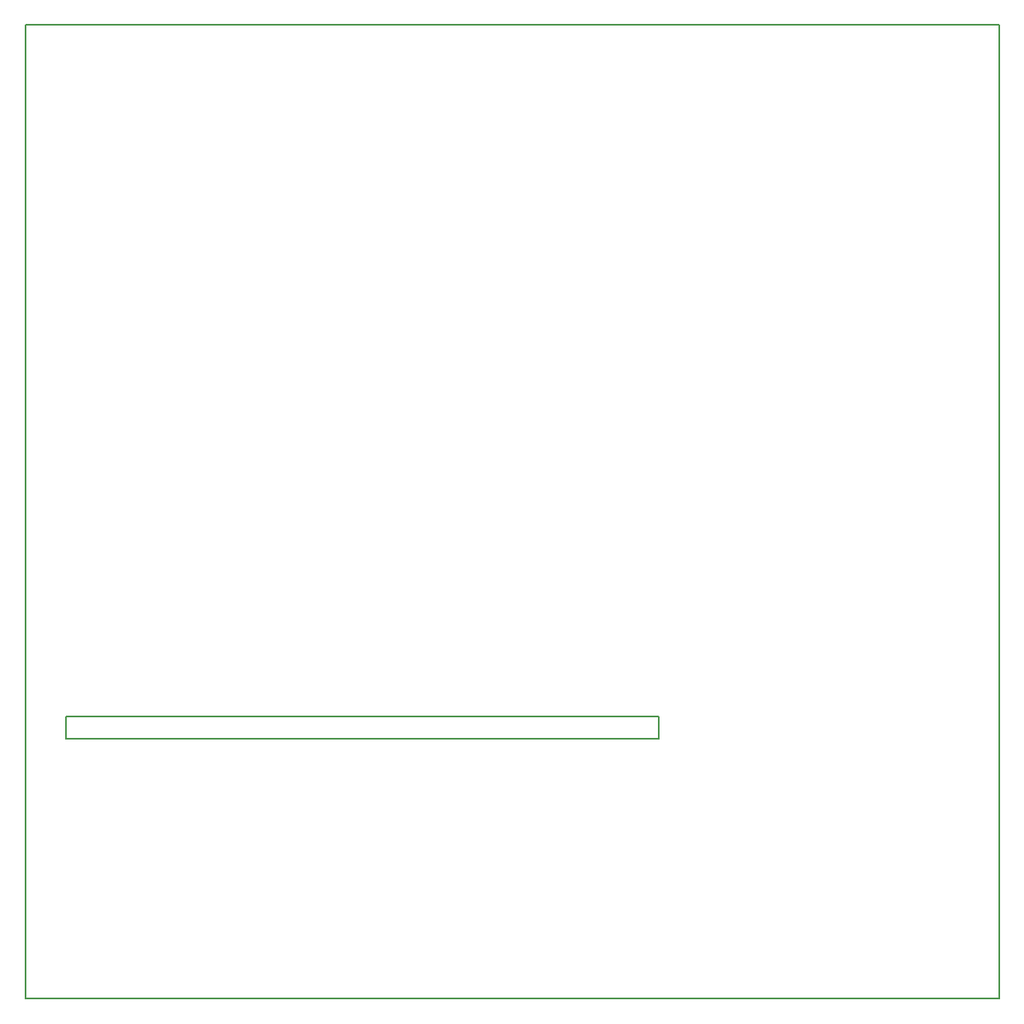
<source format=gbr>
G04 PROTEUS RS274X GERBER FILE*
%FSLAX45Y45*%
%MOMM*%
G01*
%ADD73C,0.203200*%
%TD.AperFunction*%
D73*
X-5000000Y-5000000D02*
X+5000000Y-5000000D01*
X+5000000Y+5000000D01*
X-5000000Y+5000000D01*
X-5000000Y-5000000D01*
X-4587400Y-2331860D02*
X+1503520Y-2331860D01*
X+1503520Y-2105800D01*
X-4587400Y-2105800D01*
X-4587400Y-2331860D01*
M02*

</source>
